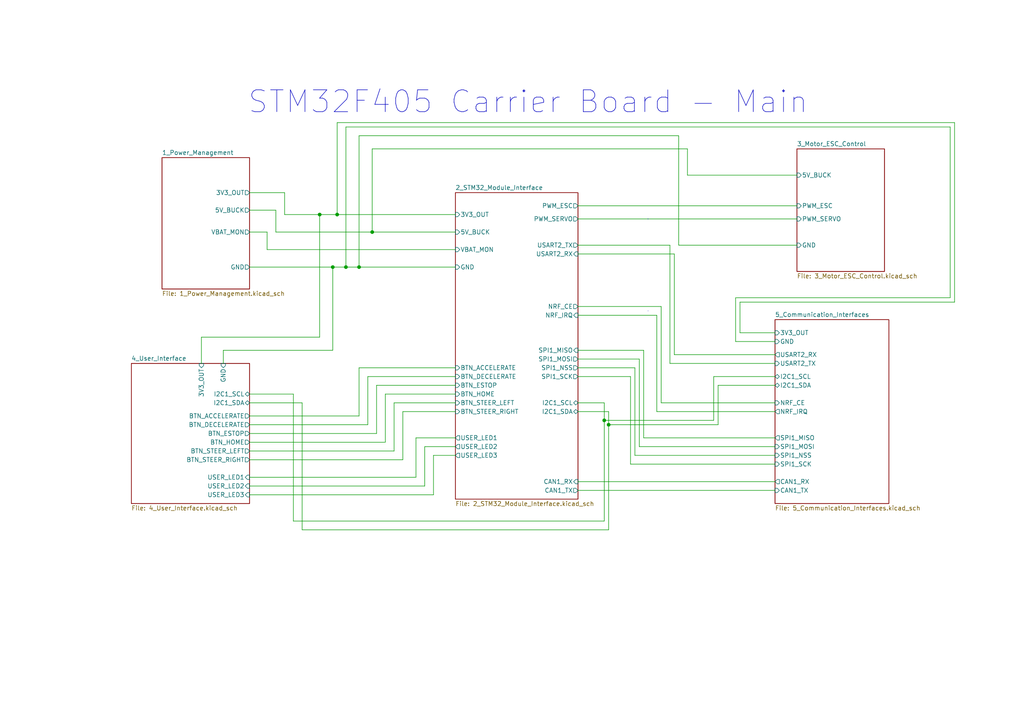
<source format=kicad_sch>
(kicad_sch
	(version 20250114)
	(generator "eeschema")
	(generator_version "9.0")
	(uuid "c13c75a4-f59e-4efc-a863-bcfa6a258e89")
	(paper "A4")
	(title_block
		(rev "1.0")
		(company "ValavilAV")
		(comment 1 "Month 1 Development Board")
	)
	(lib_symbols)
	(rectangle
		(start 187.9346 63.4746)
		(end 187.96 63.5)
		(stroke
			(width 0)
			(type default)
		)
		(fill
			(type none)
		)
		(uuid bc1cc0cd-488e-4f4b-b30b-d940ed34cbcd)
	)
	(rectangle
		(start 187.96 90.17)
		(end 187.96 90.17)
		(stroke
			(width 0)
			(type default)
		)
		(fill
			(type none)
		)
		(uuid d79b7f07-3ead-42b6-b50a-a4ed91083264)
	)
	(text "STM32F405 Carrier Board - Main"
		(exclude_from_sim no)
		(at 153.162 29.718 0)
		(effects
			(font
				(size 6.35 6.35)
			)
		)
		(uuid "1dc09d94-3d3f-4e9a-9df7-b27ddb5e4036")
	)
	(junction
		(at 107.95 67.31)
		(diameter 0)
		(color 0 0 0 0)
		(uuid "4988c0aa-6407-4b5a-a197-c7e46d2d7ea6")
	)
	(junction
		(at 96.52 77.47)
		(diameter 0)
		(color 0 0 0 0)
		(uuid "6ddbda3b-ab79-409e-afa6-563edb301fe1")
	)
	(junction
		(at 92.71 62.23)
		(diameter 0)
		(color 0 0 0 0)
		(uuid "8062831e-d28a-41ac-96d6-0cc8ebc056cf")
	)
	(junction
		(at 100.33 77.47)
		(diameter 0)
		(color 0 0 0 0)
		(uuid "a8020067-af5a-4e5b-be33-fa76531dc048")
	)
	(junction
		(at 175.26 121.92)
		(diameter 0)
		(color 0 0 0 0)
		(uuid "ae98cd5c-363e-482a-916c-48e3cdde3852")
	)
	(junction
		(at 97.79 62.23)
		(diameter 0)
		(color 0 0 0 0)
		(uuid "b585b957-e2ef-4e56-865f-e86217688476")
	)
	(junction
		(at 104.14 77.47)
		(diameter 0)
		(color 0 0 0 0)
		(uuid "b67deb03-6711-40be-a74e-068309ceb7c8")
	)
	(junction
		(at 176.53 123.19)
		(diameter 0)
		(color 0 0 0 0)
		(uuid "ff5be48b-9ec6-4708-ad6a-2f067b50bf92")
	)
	(wire
		(pts
			(xy 109.22 111.76) (xy 132.08 111.76)
		)
		(stroke
			(width 0)
			(type default)
		)
		(uuid "003556ef-f773-4938-b701-c0ab605f037d")
	)
	(wire
		(pts
			(xy 208.28 123.19) (xy 208.28 111.76)
		)
		(stroke
			(width 0)
			(type default)
		)
		(uuid "041935fa-3dc3-44ae-a4a4-6d385f27e90f")
	)
	(wire
		(pts
			(xy 207.01 109.22) (xy 224.79 109.22)
		)
		(stroke
			(width 0)
			(type default)
		)
		(uuid "04aaa53f-aa03-4e84-8c53-86c55b912bdd")
	)
	(wire
		(pts
			(xy 72.39 67.31) (xy 77.47 67.31)
		)
		(stroke
			(width 0)
			(type default)
		)
		(uuid "05ce607c-d10f-41fb-8d59-91b74bc6a4f8")
	)
	(wire
		(pts
			(xy 111.76 128.27) (xy 111.76 114.3)
		)
		(stroke
			(width 0)
			(type default)
		)
		(uuid "05d50342-55ab-4a9b-b2ae-ca1eef1a581f")
	)
	(wire
		(pts
			(xy 114.3 116.84) (xy 132.08 116.84)
		)
		(stroke
			(width 0)
			(type default)
		)
		(uuid "0ad78053-80cc-429c-b5a5-7b60a1da5729")
	)
	(wire
		(pts
			(xy 191.77 116.84) (xy 224.79 116.84)
		)
		(stroke
			(width 0)
			(type default)
		)
		(uuid "0b363812-b0e3-4288-986e-c05367abd614")
	)
	(wire
		(pts
			(xy 80.01 60.96) (xy 80.01 67.31)
		)
		(stroke
			(width 0)
			(type default)
		)
		(uuid "0e2d67d5-9dda-4c6f-ba27-37c3f7867085")
	)
	(wire
		(pts
			(xy 72.39 123.19) (xy 106.68 123.19)
		)
		(stroke
			(width 0)
			(type default)
		)
		(uuid "0fbe9dff-4772-4d65-b744-3c5eb86b62b6")
	)
	(wire
		(pts
			(xy 92.71 62.23) (xy 92.71 97.79)
		)
		(stroke
			(width 0)
			(type default)
		)
		(uuid "1557178b-329f-4763-915c-4a20396b422b")
	)
	(wire
		(pts
			(xy 175.26 121.92) (xy 175.26 151.13)
		)
		(stroke
			(width 0)
			(type default)
		)
		(uuid "15810bbc-5b22-43ed-9a5e-6a6be0105c67")
	)
	(wire
		(pts
			(xy 58.42 97.79) (xy 58.42 105.41)
		)
		(stroke
			(width 0)
			(type default)
		)
		(uuid "15a0390e-01fa-4ef1-9c11-919aa2885845")
	)
	(wire
		(pts
			(xy 167.64 104.14) (xy 185.42 104.14)
		)
		(stroke
			(width 0)
			(type default)
		)
		(uuid "16307b9f-fb06-44a5-9258-62ee418a86d1")
	)
	(wire
		(pts
			(xy 106.68 123.19) (xy 106.68 109.22)
		)
		(stroke
			(width 0)
			(type default)
		)
		(uuid "165e78f9-4b2d-475b-a6a9-4a5217abcef9")
	)
	(wire
		(pts
			(xy 176.53 119.38) (xy 167.64 119.38)
		)
		(stroke
			(width 0)
			(type default)
		)
		(uuid "18684d03-658d-43be-8e27-52a8c1cfe020")
	)
	(wire
		(pts
			(xy 191.77 88.9) (xy 191.77 116.84)
		)
		(stroke
			(width 0)
			(type default)
		)
		(uuid "1a25d97b-d44c-4206-9530-120535e294b4")
	)
	(wire
		(pts
			(xy 104.14 39.37) (xy 196.85 39.37)
		)
		(stroke
			(width 0)
			(type default)
		)
		(uuid "1c59bfa1-9973-40e6-b8c9-e7035c4cf3ea")
	)
	(wire
		(pts
			(xy 72.39 128.27) (xy 111.76 128.27)
		)
		(stroke
			(width 0)
			(type default)
		)
		(uuid "1ffd63af-02ab-4258-8873-b7e56a6c8cf5")
	)
	(wire
		(pts
			(xy 92.71 97.79) (xy 58.42 97.79)
		)
		(stroke
			(width 0)
			(type default)
		)
		(uuid "20de6efa-22b0-47fc-8162-37e12424da32")
	)
	(wire
		(pts
			(xy 92.71 62.23) (xy 97.79 62.23)
		)
		(stroke
			(width 0)
			(type default)
		)
		(uuid "29c572d9-83c0-4578-9c9a-682d76ffab23")
	)
	(wire
		(pts
			(xy 64.77 101.6) (xy 64.77 105.41)
		)
		(stroke
			(width 0)
			(type default)
		)
		(uuid "2b1b02c3-7b09-4aca-af26-f0c0b8c7c413")
	)
	(wire
		(pts
			(xy 208.28 111.76) (xy 224.79 111.76)
		)
		(stroke
			(width 0)
			(type default)
		)
		(uuid "35697a83-71d4-4c3a-93fe-740de2896607")
	)
	(wire
		(pts
			(xy 125.73 132.08) (xy 132.08 132.08)
		)
		(stroke
			(width 0)
			(type default)
		)
		(uuid "35f7c574-baa6-4ce5-aaaa-3a5396fd5420")
	)
	(wire
		(pts
			(xy 276.86 87.63) (xy 214.63 87.63)
		)
		(stroke
			(width 0)
			(type default)
		)
		(uuid "369469e8-d1f9-4877-9ae6-54fa9bcd768c")
	)
	(wire
		(pts
			(xy 120.65 138.43) (xy 120.65 127)
		)
		(stroke
			(width 0)
			(type default)
		)
		(uuid "37aff99a-c14a-4861-b8f0-8467135f3604")
	)
	(wire
		(pts
			(xy 100.33 77.47) (xy 100.33 36.83)
		)
		(stroke
			(width 0)
			(type default)
		)
		(uuid "38c99f7b-9829-418b-b8fe-015918ccabc6")
	)
	(wire
		(pts
			(xy 185.42 129.54) (xy 224.79 129.54)
		)
		(stroke
			(width 0)
			(type default)
		)
		(uuid "3a041587-9a45-4ff9-b2e2-e89d9d99729d")
	)
	(wire
		(pts
			(xy 82.55 62.23) (xy 92.71 62.23)
		)
		(stroke
			(width 0)
			(type default)
		)
		(uuid "3a3bebfa-303d-4e98-9dea-47db2369fbdd")
	)
	(wire
		(pts
			(xy 72.39 140.97) (xy 123.19 140.97)
		)
		(stroke
			(width 0)
			(type default)
		)
		(uuid "3aa477c0-ccea-4ba6-a549-d577d0cef793")
	)
	(wire
		(pts
			(xy 195.58 102.87) (xy 224.79 102.87)
		)
		(stroke
			(width 0)
			(type default)
		)
		(uuid "3ab8b55f-92fa-4396-8a56-8013a6b0d18c")
	)
	(wire
		(pts
			(xy 104.14 77.47) (xy 104.14 39.37)
		)
		(stroke
			(width 0)
			(type default)
		)
		(uuid "3d9a2627-1c37-4dcc-a9dd-94e4af923d7d")
	)
	(wire
		(pts
			(xy 97.79 62.23) (xy 97.79 35.56)
		)
		(stroke
			(width 0)
			(type default)
		)
		(uuid "3e9ab917-a388-49e3-a21d-5d6dfd694a58")
	)
	(wire
		(pts
			(xy 167.64 63.5) (xy 231.14 63.5)
		)
		(stroke
			(width 0)
			(type default)
		)
		(uuid "400eb6c3-846c-4ebf-9505-0828e0fa7a0b")
	)
	(wire
		(pts
			(xy 96.52 101.6) (xy 64.77 101.6)
		)
		(stroke
			(width 0)
			(type default)
		)
		(uuid "42e849b9-01af-4dba-a0e9-71a835a27a51")
	)
	(wire
		(pts
			(xy 114.3 130.81) (xy 114.3 116.84)
		)
		(stroke
			(width 0)
			(type default)
		)
		(uuid "44243aa5-62ce-4f78-a176-db176fdebdae")
	)
	(wire
		(pts
			(xy 176.53 123.19) (xy 208.28 123.19)
		)
		(stroke
			(width 0)
			(type default)
		)
		(uuid "46ac7b17-52e8-4f7c-b40e-6dd5abd46fed")
	)
	(wire
		(pts
			(xy 72.39 120.65) (xy 104.14 120.65)
		)
		(stroke
			(width 0)
			(type default)
		)
		(uuid "4aa76fe1-87b5-4c1e-a93f-3c5925876603")
	)
	(wire
		(pts
			(xy 167.64 88.9) (xy 191.77 88.9)
		)
		(stroke
			(width 0)
			(type default)
		)
		(uuid "4e528f15-6c33-462c-8f88-b585c5e79f0a")
	)
	(wire
		(pts
			(xy 196.85 71.12) (xy 231.14 71.12)
		)
		(stroke
			(width 0)
			(type default)
		)
		(uuid "52590a08-1266-4f89-872a-b643a3942a05")
	)
	(wire
		(pts
			(xy 107.95 67.31) (xy 132.08 67.31)
		)
		(stroke
			(width 0)
			(type default)
		)
		(uuid "528de828-c883-454d-a7b1-9ee858ee005e")
	)
	(wire
		(pts
			(xy 167.64 101.6) (xy 186.69 101.6)
		)
		(stroke
			(width 0)
			(type default)
		)
		(uuid "5296d1d7-8ae4-4c1f-951b-07b5b3dc3eaa")
	)
	(wire
		(pts
			(xy 111.76 114.3) (xy 132.08 114.3)
		)
		(stroke
			(width 0)
			(type default)
		)
		(uuid "52b793f8-3840-409a-8f96-3ea87a4e2289")
	)
	(wire
		(pts
			(xy 176.53 123.19) (xy 176.53 119.38)
		)
		(stroke
			(width 0)
			(type default)
		)
		(uuid "53bc7419-cce4-4159-b0f6-17f0bc920063")
	)
	(wire
		(pts
			(xy 275.59 36.83) (xy 275.59 86.36)
		)
		(stroke
			(width 0)
			(type default)
		)
		(uuid "56594340-9f72-406d-bbcf-86ab65a3fc01")
	)
	(wire
		(pts
			(xy 120.65 127) (xy 132.08 127)
		)
		(stroke
			(width 0)
			(type default)
		)
		(uuid "5838a550-efe0-447e-9164-a42adc057136")
	)
	(wire
		(pts
			(xy 195.58 73.66) (xy 195.58 102.87)
		)
		(stroke
			(width 0)
			(type default)
		)
		(uuid "5a43475c-a031-48c2-85ff-e1059b69f24c")
	)
	(wire
		(pts
			(xy 275.59 86.36) (xy 213.36 86.36)
		)
		(stroke
			(width 0)
			(type default)
		)
		(uuid "5c851900-fd9f-481c-b557-630e3b5b216d")
	)
	(wire
		(pts
			(xy 77.47 72.39) (xy 132.08 72.39)
		)
		(stroke
			(width 0)
			(type default)
		)
		(uuid "5cc45355-6b5c-40f6-841c-2bf264dec0a6")
	)
	(wire
		(pts
			(xy 116.84 119.38) (xy 132.08 119.38)
		)
		(stroke
			(width 0)
			(type default)
		)
		(uuid "5cfb272a-7bc2-4055-849b-f5cf5fb08251")
	)
	(wire
		(pts
			(xy 196.85 39.37) (xy 196.85 71.12)
		)
		(stroke
			(width 0)
			(type default)
		)
		(uuid "5ddcc284-445d-4b2c-9902-9204f147048e")
	)
	(wire
		(pts
			(xy 72.39 143.51) (xy 125.73 143.51)
		)
		(stroke
			(width 0)
			(type default)
		)
		(uuid "5e491142-bdfb-4288-ab2b-b79a5511411d")
	)
	(wire
		(pts
			(xy 72.39 55.88) (xy 82.55 55.88)
		)
		(stroke
			(width 0)
			(type default)
		)
		(uuid "6111b034-0b35-4bbb-8755-65124f5f4b45")
	)
	(wire
		(pts
			(xy 97.79 35.56) (xy 276.86 35.56)
		)
		(stroke
			(width 0)
			(type default)
		)
		(uuid "63bef324-464d-4b2b-a7af-aa00900105b7")
	)
	(wire
		(pts
			(xy 207.01 121.92) (xy 207.01 109.22)
		)
		(stroke
			(width 0)
			(type default)
		)
		(uuid "647c96d9-9192-4710-bb19-206c94eb6efa")
	)
	(wire
		(pts
			(xy 100.33 36.83) (xy 275.59 36.83)
		)
		(stroke
			(width 0)
			(type default)
		)
		(uuid "66901b22-6a63-40d0-8dd8-f158e84b442b")
	)
	(wire
		(pts
			(xy 85.09 151.13) (xy 85.09 114.3)
		)
		(stroke
			(width 0)
			(type default)
		)
		(uuid "66a2e06a-3a3d-48c5-bc08-39d00aebc56c")
	)
	(wire
		(pts
			(xy 199.39 43.18) (xy 199.39 50.8)
		)
		(stroke
			(width 0)
			(type default)
		)
		(uuid "674179de-060d-450b-ab20-d2ddc6c3f75b")
	)
	(wire
		(pts
			(xy 80.01 67.31) (xy 107.95 67.31)
		)
		(stroke
			(width 0)
			(type default)
		)
		(uuid "6d5f8811-c604-442b-bce7-37efad395276")
	)
	(wire
		(pts
			(xy 167.64 71.12) (xy 194.31 71.12)
		)
		(stroke
			(width 0)
			(type default)
		)
		(uuid "6ecad28e-7a70-4ebc-ac7b-92db60831e12")
	)
	(wire
		(pts
			(xy 167.64 116.84) (xy 175.26 116.84)
		)
		(stroke
			(width 0)
			(type default)
		)
		(uuid "70ad6586-41f5-4c76-9c15-f3b09c5a46bf")
	)
	(wire
		(pts
			(xy 194.31 105.41) (xy 224.79 105.41)
		)
		(stroke
			(width 0)
			(type default)
		)
		(uuid "75df0de9-275c-4d98-87ba-4078bf1c4fd2")
	)
	(wire
		(pts
			(xy 175.26 151.13) (xy 85.09 151.13)
		)
		(stroke
			(width 0)
			(type default)
		)
		(uuid "7b28c513-02be-4b90-af82-a9ccbe698207")
	)
	(wire
		(pts
			(xy 109.22 125.73) (xy 109.22 111.76)
		)
		(stroke
			(width 0)
			(type default)
		)
		(uuid "7c6a1b97-bd31-450b-9c27-236fc9af7218")
	)
	(wire
		(pts
			(xy 96.52 77.47) (xy 96.52 101.6)
		)
		(stroke
			(width 0)
			(type default)
		)
		(uuid "7e522f76-c44b-4f05-bc1c-d687f5348560")
	)
	(wire
		(pts
			(xy 107.95 67.31) (xy 107.95 43.18)
		)
		(stroke
			(width 0)
			(type default)
		)
		(uuid "7eaf601e-7d14-406f-a4f7-f992b3f76954")
	)
	(wire
		(pts
			(xy 167.64 142.24) (xy 224.79 142.24)
		)
		(stroke
			(width 0)
			(type default)
		)
		(uuid "8019c38c-e7fb-42e6-a708-7f68a95e4d30")
	)
	(wire
		(pts
			(xy 194.31 71.12) (xy 194.31 105.41)
		)
		(stroke
			(width 0)
			(type default)
		)
		(uuid "820ce130-782f-4ad8-952c-2e7d66a7e4ec")
	)
	(wire
		(pts
			(xy 104.14 120.65) (xy 104.14 106.68)
		)
		(stroke
			(width 0)
			(type default)
		)
		(uuid "82315bd6-b7f1-4fc8-a7d0-cddaec280753")
	)
	(wire
		(pts
			(xy 182.88 109.22) (xy 182.88 134.62)
		)
		(stroke
			(width 0)
			(type default)
		)
		(uuid "8c78693e-1a70-4160-b971-5c913743d992")
	)
	(wire
		(pts
			(xy 214.63 87.63) (xy 214.63 96.52)
		)
		(stroke
			(width 0)
			(type default)
		)
		(uuid "8e8ad679-84e3-4fa7-8087-d4ec5299e174")
	)
	(wire
		(pts
			(xy 72.39 133.35) (xy 116.84 133.35)
		)
		(stroke
			(width 0)
			(type default)
		)
		(uuid "9138e32b-47cd-4a60-b39f-014831c3cc36")
	)
	(wire
		(pts
			(xy 184.15 132.08) (xy 224.79 132.08)
		)
		(stroke
			(width 0)
			(type default)
		)
		(uuid "91d43ee2-f82e-4d5d-8b4b-230bc0b285e5")
	)
	(wire
		(pts
			(xy 167.64 139.7) (xy 224.79 139.7)
		)
		(stroke
			(width 0)
			(type default)
		)
		(uuid "9211df94-215d-426c-bfba-7b261513f9eb")
	)
	(wire
		(pts
			(xy 87.63 116.84) (xy 87.63 153.67)
		)
		(stroke
			(width 0)
			(type default)
		)
		(uuid "994c7ae6-24a1-477b-bae6-130eb4b564dc")
	)
	(wire
		(pts
			(xy 199.39 50.8) (xy 231.14 50.8)
		)
		(stroke
			(width 0)
			(type default)
		)
		(uuid "9bdc08a6-ec63-402c-adfd-c83ca17f6cbe")
	)
	(wire
		(pts
			(xy 175.26 116.84) (xy 175.26 121.92)
		)
		(stroke
			(width 0)
			(type default)
		)
		(uuid "9ce2be4c-975e-4f1b-9239-54ac6de07b0e")
	)
	(wire
		(pts
			(xy 182.88 134.62) (xy 224.79 134.62)
		)
		(stroke
			(width 0)
			(type default)
		)
		(uuid "9e05aabb-9df3-42af-b0e3-f725a2c75765")
	)
	(wire
		(pts
			(xy 185.42 104.14) (xy 185.42 129.54)
		)
		(stroke
			(width 0)
			(type default)
		)
		(uuid "a1c94c66-fd28-46cb-b9ca-4e8e64f7eb96")
	)
	(wire
		(pts
			(xy 100.33 77.47) (xy 104.14 77.47)
		)
		(stroke
			(width 0)
			(type default)
		)
		(uuid "a2efbbe4-18fe-4ada-888e-7aebfb3b5728")
	)
	(wire
		(pts
			(xy 123.19 129.54) (xy 132.08 129.54)
		)
		(stroke
			(width 0)
			(type default)
		)
		(uuid "a330d6e5-1fbd-4c8c-8125-e062c2398255")
	)
	(wire
		(pts
			(xy 107.95 43.18) (xy 199.39 43.18)
		)
		(stroke
			(width 0)
			(type default)
		)
		(uuid "a42a3d5b-e4b4-4dbf-bd9d-2832bd5f0d6d")
	)
	(wire
		(pts
			(xy 116.84 133.35) (xy 116.84 119.38)
		)
		(stroke
			(width 0)
			(type default)
		)
		(uuid "a4b391ed-1bcd-46d9-bdea-567f99024e38")
	)
	(wire
		(pts
			(xy 72.39 138.43) (xy 120.65 138.43)
		)
		(stroke
			(width 0)
			(type default)
		)
		(uuid "a8a6b79d-3a09-46ff-9252-c601224cf60e")
	)
	(wire
		(pts
			(xy 104.14 77.47) (xy 132.08 77.47)
		)
		(stroke
			(width 0)
			(type default)
		)
		(uuid "aab6faae-5218-46e4-8d09-b0aadc667f7a")
	)
	(wire
		(pts
			(xy 72.39 125.73) (xy 109.22 125.73)
		)
		(stroke
			(width 0)
			(type default)
		)
		(uuid "adfabf46-3c77-43fb-aedc-e79a301147d2")
	)
	(wire
		(pts
			(xy 72.39 116.84) (xy 87.63 116.84)
		)
		(stroke
			(width 0)
			(type default)
		)
		(uuid "af7b0662-b330-4ddd-a984-804ccc1f7359")
	)
	(wire
		(pts
			(xy 175.26 121.92) (xy 207.01 121.92)
		)
		(stroke
			(width 0)
			(type default)
		)
		(uuid "b094f5a5-db28-4a72-844e-971d977e09b5")
	)
	(wire
		(pts
			(xy 213.36 99.06) (xy 224.79 99.06)
		)
		(stroke
			(width 0)
			(type default)
		)
		(uuid "b2c5894b-e2c9-4d3c-8ab4-1de24195a653")
	)
	(wire
		(pts
			(xy 82.55 55.88) (xy 82.55 62.23)
		)
		(stroke
			(width 0)
			(type default)
		)
		(uuid "ba8c592c-0d4a-45e2-a9d9-f8d3662de1a4")
	)
	(wire
		(pts
			(xy 213.36 86.36) (xy 213.36 99.06)
		)
		(stroke
			(width 0)
			(type default)
		)
		(uuid "bc220c11-ee75-4be7-af7d-cb0d01093881")
	)
	(wire
		(pts
			(xy 77.47 67.31) (xy 77.47 72.39)
		)
		(stroke
			(width 0)
			(type default)
		)
		(uuid "be26b827-3836-4c6c-a19c-7425f70cbf26")
	)
	(wire
		(pts
			(xy 104.14 106.68) (xy 132.08 106.68)
		)
		(stroke
			(width 0)
			(type default)
		)
		(uuid "be7d0ffc-2174-4cd4-abf3-96a7e2d48908")
	)
	(wire
		(pts
			(xy 96.52 77.47) (xy 100.33 77.47)
		)
		(stroke
			(width 0)
			(type default)
		)
		(uuid "c31bec55-f9e9-41c8-aca1-a1e69885426a")
	)
	(wire
		(pts
			(xy 176.53 123.19) (xy 176.53 153.67)
		)
		(stroke
			(width 0)
			(type default)
		)
		(uuid "c3926bae-80d9-4407-a51b-5749e6e8bf49")
	)
	(wire
		(pts
			(xy 87.63 153.67) (xy 176.53 153.67)
		)
		(stroke
			(width 0)
			(type default)
		)
		(uuid "cb771310-0c4a-4376-8d5b-936b69c2b68d")
	)
	(wire
		(pts
			(xy 214.63 96.52) (xy 224.79 96.52)
		)
		(stroke
			(width 0)
			(type default)
		)
		(uuid "cb823e99-ad65-40e1-8c42-55329a5b7499")
	)
	(wire
		(pts
			(xy 106.68 109.22) (xy 132.08 109.22)
		)
		(stroke
			(width 0)
			(type default)
		)
		(uuid "cce0492b-94e0-400e-973c-bbfcdf157367")
	)
	(wire
		(pts
			(xy 72.39 60.96) (xy 80.01 60.96)
		)
		(stroke
			(width 0)
			(type default)
		)
		(uuid "ce096505-2fff-4521-bcbc-f57c28a3b985")
	)
	(wire
		(pts
			(xy 125.73 143.51) (xy 125.73 132.08)
		)
		(stroke
			(width 0)
			(type default)
		)
		(uuid "d46f4c0d-00ca-4b9f-8ee7-58d14a1c44c9")
	)
	(wire
		(pts
			(xy 72.39 130.81) (xy 114.3 130.81)
		)
		(stroke
			(width 0)
			(type default)
		)
		(uuid "dcc7c2bb-7b28-4154-b30f-d8ddec0bfb1c")
	)
	(wire
		(pts
			(xy 167.64 73.66) (xy 195.58 73.66)
		)
		(stroke
			(width 0)
			(type default)
		)
		(uuid "de3181bb-c01c-418e-a597-78f43159e9a1")
	)
	(wire
		(pts
			(xy 167.64 59.69) (xy 231.14 59.69)
		)
		(stroke
			(width 0)
			(type default)
		)
		(uuid "e0308046-500b-4824-a295-635c84cdc495")
	)
	(wire
		(pts
			(xy 97.79 62.23) (xy 132.08 62.23)
		)
		(stroke
			(width 0)
			(type default)
		)
		(uuid "e243c7c7-3545-4d6b-8750-919963a11983")
	)
	(wire
		(pts
			(xy 85.09 114.3) (xy 72.39 114.3)
		)
		(stroke
			(width 0)
			(type default)
		)
		(uuid "ec231c14-1f31-4438-8e59-58bfed7337c2")
	)
	(wire
		(pts
			(xy 167.64 109.22) (xy 182.88 109.22)
		)
		(stroke
			(width 0)
			(type default)
		)
		(uuid "eda4f29d-5b3c-4528-8578-834379dd7a30")
	)
	(wire
		(pts
			(xy 72.39 77.47) (xy 96.52 77.47)
		)
		(stroke
			(width 0)
			(type default)
		)
		(uuid "ee51ec74-ac1d-4777-b908-7acf3e93ab49")
	)
	(wire
		(pts
			(xy 190.5 119.38) (xy 224.79 119.38)
		)
		(stroke
			(width 0)
			(type default)
		)
		(uuid "f20088b9-9c2c-4261-be89-2d2a8cf35055")
	)
	(wire
		(pts
			(xy 186.69 101.6) (xy 186.69 127)
		)
		(stroke
			(width 0)
			(type default)
		)
		(uuid "f43b5426-08fb-4692-9ec4-2181a69d4aa1")
	)
	(wire
		(pts
			(xy 190.5 91.44) (xy 190.5 119.38)
		)
		(stroke
			(width 0)
			(type default)
		)
		(uuid "f509c856-0db2-4981-a91e-194a3fcd5403")
	)
	(wire
		(pts
			(xy 276.86 35.56) (xy 276.86 87.63)
		)
		(stroke
			(width 0)
			(type default)
		)
		(uuid "f89cc051-7a30-4652-bae2-09e1e20b6605")
	)
	(wire
		(pts
			(xy 167.64 106.68) (xy 184.15 106.68)
		)
		(stroke
			(width 0)
			(type default)
		)
		(uuid "fa80180a-5330-4519-9576-37395aa817ff")
	)
	(wire
		(pts
			(xy 123.19 140.97) (xy 123.19 129.54)
		)
		(stroke
			(width 0)
			(type default)
		)
		(uuid "fc51d347-bfd5-42aa-a011-d8ebafeb3425")
	)
	(wire
		(pts
			(xy 186.69 127) (xy 224.79 127)
		)
		(stroke
			(width 0)
			(type default)
		)
		(uuid "fc94686e-03f4-42ce-ad04-ca9a0cb06a4e")
	)
	(wire
		(pts
			(xy 184.15 106.68) (xy 184.15 132.08)
		)
		(stroke
			(width 0)
			(type default)
		)
		(uuid "fc9a6c9e-30b9-4b2e-a4ec-ae53856b37e2")
	)
	(wire
		(pts
			(xy 167.64 91.44) (xy 190.5 91.44)
		)
		(stroke
			(width 0)
			(type default)
		)
		(uuid "ffb508c2-84bd-48b1-86e6-fbfb94bcd340")
	)
	(sheet
		(at 231.14 43.18)
		(size 25.4 35.56)
		(exclude_from_sim no)
		(in_bom yes)
		(on_board yes)
		(dnp no)
		(fields_autoplaced yes)
		(stroke
			(width 0.1524)
			(type solid)
		)
		(fill
			(color 0 0 0 0.0000)
		)
		(uuid "469e41e1-9b69-4513-bd38-2729605aba4a")
		(property "Sheetname" "3_Motor_ESC_Control"
			(at 231.14 42.4684 0)
			(effects
				(font
					(size 1.27 1.27)
				)
				(justify left bottom)
			)
		)
		(property "Sheetfile" "3_Motor_ESC_Control.kicad_sch"
			(at 231.14 79.3246 0)
			(effects
				(font
					(size 1.27 1.27)
				)
				(justify left top)
			)
		)
		(pin "5V_BUCK" input
			(at 231.14 50.8 180)
			(uuid "9b15ce55-3cf1-4119-9b13-43ed033257ff")
			(effects
				(font
					(size 1.27 1.27)
				)
				(justify left)
			)
		)
		(pin "GND" input
			(at 231.14 71.12 180)
			(uuid "830687fd-6e9d-4844-a6c4-898c777c542c")
			(effects
				(font
					(size 1.27 1.27)
				)
				(justify left)
			)
		)
		(pin "PWM_ESC" input
			(at 231.14 59.69 180)
			(uuid "3b16436e-e911-4304-9a32-d1e2a51dfd54")
			(effects
				(font
					(size 1.27 1.27)
				)
				(justify left)
			)
		)
		(pin "PWM_SERVO" input
			(at 231.14 63.5 180)
			(uuid "f594292e-8b44-49d1-b127-2261f8d6a528")
			(effects
				(font
					(size 1.27 1.27)
				)
				(justify left)
			)
		)
		(instances
			(project "FuSa1"
				(path "/c13c75a4-f59e-4efc-a863-bcfa6a258e89"
					(page "3")
				)
			)
		)
	)
	(sheet
		(at 132.08 55.88)
		(size 35.56 88.9)
		(exclude_from_sim no)
		(in_bom yes)
		(on_board yes)
		(dnp no)
		(fields_autoplaced yes)
		(stroke
			(width 0.1524)
			(type solid)
		)
		(fill
			(color 0 0 0 0.0000)
		)
		(uuid "5e664d6b-06ae-4c2f-a0b7-71eefd27fd7c")
		(property "Sheetname" "2_STM32_Module_Interface"
			(at 132.08 55.1684 0)
			(effects
				(font
					(size 1.27 1.27)
				)
				(justify left bottom)
			)
		)
		(property "Sheetfile" "2_STM32_Module_Interface.kicad_sch"
			(at 132.08 145.3646 0)
			(effects
				(font
					(size 1.27 1.27)
				)
				(justify left top)
			)
		)
		(pin "3V3_OUT" input
			(at 132.08 62.23 180)
			(uuid "e83f2bda-9252-4f9f-adc6-9ef9df9cd553")
			(effects
				(font
					(size 1.27 1.27)
				)
				(justify left)
			)
		)
		(pin "5V_BUCK" input
			(at 132.08 67.31 180)
			(uuid "53179382-22f6-44ac-99dc-1e82b35be41e")
			(effects
				(font
					(size 1.27 1.27)
				)
				(justify left)
			)
		)
		(pin "BTN_ACCELERATE" input
			(at 132.08 106.68 180)
			(uuid "e9bd6089-7f10-4280-ac83-0451e482fec3")
			(effects
				(font
					(size 1.27 1.27)
				)
				(justify left)
			)
		)
		(pin "BTN_DECELERATE" input
			(at 132.08 109.22 180)
			(uuid "e366b558-9a20-4c44-98bc-35315ba9ed35")
			(effects
				(font
					(size 1.27 1.27)
				)
				(justify left)
			)
		)
		(pin "BTN_ESTOP" input
			(at 132.08 111.76 180)
			(uuid "27f30d1d-c71b-420f-bd5f-a646940336e5")
			(effects
				(font
					(size 1.27 1.27)
				)
				(justify left)
			)
		)
		(pin "BTN_HOME" input
			(at 132.08 114.3 180)
			(uuid "22873e77-bd6c-417f-b77c-7c08256b3b6b")
			(effects
				(font
					(size 1.27 1.27)
				)
				(justify left)
			)
		)
		(pin "BTN_STEER_LEFT" input
			(at 132.08 116.84 180)
			(uuid "809ce54d-2a1b-44d7-a24a-3611ea4bd418")
			(effects
				(font
					(size 1.27 1.27)
				)
				(justify left)
			)
		)
		(pin "BTN_STEER_RIGHT" input
			(at 132.08 119.38 180)
			(uuid "d6ca04c2-70be-4c37-a24b-d01c519c4a98")
			(effects
				(font
					(size 1.27 1.27)
				)
				(justify left)
			)
		)
		(pin "CAN1_RX" input
			(at 167.64 139.7 0)
			(uuid "4afaf9d0-ec41-4fc6-aa85-e065e274f9fe")
			(effects
				(font
					(size 1.27 1.27)
				)
				(justify right)
			)
		)
		(pin "CAN1_TX" output
			(at 167.64 142.24 0)
			(uuid "b9126017-83b4-4a2b-a4d0-452e057f9f96")
			(effects
				(font
					(size 1.27 1.27)
				)
				(justify right)
			)
		)
		(pin "GND" input
			(at 132.08 77.47 180)
			(uuid "70921641-4245-4fff-8cb0-8041ea108b2c")
			(effects
				(font
					(size 1.27 1.27)
				)
				(justify left)
			)
		)
		(pin "I2C1_SCL" bidirectional
			(at 167.64 116.84 0)
			(uuid "f70752ef-ae4d-4167-b778-033309467c13")
			(effects
				(font
					(size 1.27 1.27)
				)
				(justify right)
			)
		)
		(pin "I2C1_SDA" bidirectional
			(at 167.64 119.38 0)
			(uuid "124a303e-95b2-4532-ace5-c120303554db")
			(effects
				(font
					(size 1.27 1.27)
				)
				(justify right)
			)
		)
		(pin "NRF_CE" output
			(at 167.64 88.9 0)
			(uuid "778f3243-fab1-4d51-9bfc-5c04e1d0a386")
			(effects
				(font
					(size 1.27 1.27)
				)
				(justify right)
			)
		)
		(pin "NRF_IRQ" input
			(at 167.64 91.44 0)
			(uuid "884a5549-4db9-4633-9436-587f8b7c9d1b")
			(effects
				(font
					(size 1.27 1.27)
				)
				(justify right)
			)
		)
		(pin "PWM_ESC" output
			(at 167.64 59.69 0)
			(uuid "55f4b7af-b65d-4ea3-8fb3-8914b5d2272b")
			(effects
				(font
					(size 1.27 1.27)
				)
				(justify right)
			)
		)
		(pin "PWM_SERVO" output
			(at 167.64 63.5 0)
			(uuid "226cc0e0-58ce-4438-b6a1-9d5b39a80a9f")
			(effects
				(font
					(size 1.27 1.27)
				)
				(justify right)
			)
		)
		(pin "SPI1_MISO" input
			(at 167.64 101.6 0)
			(uuid "9faafacb-8fac-4bcb-b752-a54c6c2bc0a8")
			(effects
				(font
					(size 1.27 1.27)
				)
				(justify right)
			)
		)
		(pin "SPI1_MOSI" output
			(at 167.64 104.14 0)
			(uuid "8f46900f-49dc-4922-8f1f-dec1f0ef24b4")
			(effects
				(font
					(size 1.27 1.27)
				)
				(justify right)
			)
		)
		(pin "SPI1_NSS" output
			(at 167.64 106.68 0)
			(uuid "821e20ea-5879-45a8-a27d-166bbed5e57e")
			(effects
				(font
					(size 1.27 1.27)
				)
				(justify right)
			)
		)
		(pin "SPI1_SCK" output
			(at 167.64 109.22 0)
			(uuid "d4b5f999-8f92-41d6-8297-3c4e0766bd35")
			(effects
				(font
					(size 1.27 1.27)
				)
				(justify right)
			)
		)
		(pin "USART2_RX" input
			(at 167.64 73.66 0)
			(uuid "0cc3e1a6-6b25-4b20-82ea-90fbce4a439f")
			(effects
				(font
					(size 1.27 1.27)
				)
				(justify right)
			)
		)
		(pin "USART2_TX" output
			(at 167.64 71.12 0)
			(uuid "847b318b-bf6f-4c5c-b085-d463bae32205")
			(effects
				(font
					(size 1.27 1.27)
				)
				(justify right)
			)
		)
		(pin "USER_LED1" output
			(at 132.08 127 180)
			(uuid "5b200b1b-e42f-4da9-874e-9b31480b6526")
			(effects
				(font
					(size 1.27 1.27)
				)
				(justify left)
			)
		)
		(pin "USER_LED2" output
			(at 132.08 129.54 180)
			(uuid "76611790-352a-465f-9280-956515378711")
			(effects
				(font
					(size 1.27 1.27)
				)
				(justify left)
			)
		)
		(pin "USER_LED3" output
			(at 132.08 132.08 180)
			(uuid "198aca77-e3fc-4b7a-9ddb-47de2da8472e")
			(effects
				(font
					(size 1.27 1.27)
				)
				(justify left)
			)
		)
		(pin "VBAT_MON" input
			(at 132.08 72.39 180)
			(uuid "8afce191-33e4-4c34-975d-979f9b63f3bd")
			(effects
				(font
					(size 1.27 1.27)
				)
				(justify left)
			)
		)
		(instances
			(project "FuSa1"
				(path "/c13c75a4-f59e-4efc-a863-bcfa6a258e89"
					(page "2")
				)
			)
		)
	)
	(sheet
		(at 38.1 105.41)
		(size 34.29 40.64)
		(exclude_from_sim no)
		(in_bom yes)
		(on_board yes)
		(dnp no)
		(fields_autoplaced yes)
		(stroke
			(width 0.1524)
			(type solid)
		)
		(fill
			(color 0 0 0 0.0000)
		)
		(uuid "6170e35f-ffb2-4a80-a649-9ff1da6d2bc0")
		(property "Sheetname" "4_User_Interface"
			(at 38.1 104.6984 0)
			(effects
				(font
					(size 1.27 1.27)
				)
				(justify left bottom)
			)
		)
		(property "Sheetfile" "4_User_Interface.kicad_sch"
			(at 38.1 146.6346 0)
			(effects
				(font
					(size 1.27 1.27)
				)
				(justify left top)
			)
		)
		(pin "3V3_OUT" input
			(at 58.42 105.41 90)
			(uuid "16902485-b0a9-41cb-bf2f-fcd1b4a67105")
			(effects
				(font
					(size 1.27 1.27)
				)
				(justify right)
			)
		)
		(pin "BTN_ACCELERATE" output
			(at 72.39 120.65 0)
			(uuid "f8959b03-ac1e-4191-ab2b-7c134607f3fa")
			(effects
				(font
					(size 1.27 1.27)
				)
				(justify right)
			)
		)
		(pin "BTN_DECELERATE" output
			(at 72.39 123.19 0)
			(uuid "10d2c49b-5d22-4e9b-b162-aba1b7508f09")
			(effects
				(font
					(size 1.27 1.27)
				)
				(justify right)
			)
		)
		(pin "BTN_ESTOP" output
			(at 72.39 125.73 0)
			(uuid "7ed0728e-4f09-4e11-b139-cd1bb48aaa11")
			(effects
				(font
					(size 1.27 1.27)
				)
				(justify right)
			)
		)
		(pin "BTN_HOME" output
			(at 72.39 128.27 0)
			(uuid "7738492f-10fe-45f8-bffb-bc5ad7e66e66")
			(effects
				(font
					(size 1.27 1.27)
				)
				(justify right)
			)
		)
		(pin "BTN_STEER_LEFT" output
			(at 72.39 130.81 0)
			(uuid "a9f3d861-64e8-4072-86f6-cad3620e4868")
			(effects
				(font
					(size 1.27 1.27)
				)
				(justify right)
			)
		)
		(pin "BTN_STEER_RIGHT" output
			(at 72.39 133.35 0)
			(uuid "196be674-ff77-468d-85aa-8c62ffee6ecb")
			(effects
				(font
					(size 1.27 1.27)
				)
				(justify right)
			)
		)
		(pin "GND" input
			(at 64.77 105.41 90)
			(uuid "354f4f1f-fe47-4901-9e85-81dde9710add")
			(effects
				(font
					(size 1.27 1.27)
				)
				(justify right)
			)
		)
		(pin "I2C1_SCL" bidirectional
			(at 72.39 114.3 0)
			(uuid "3741e19a-95fb-40ed-9d7d-1bb330e2f872")
			(effects
				(font
					(size 1.27 1.27)
				)
				(justify right)
			)
		)
		(pin "I2C1_SDA" bidirectional
			(at 72.39 116.84 0)
			(uuid "14181044-d0cc-483b-b1dc-72e3bc80c6d4")
			(effects
				(font
					(size 1.27 1.27)
				)
				(justify right)
			)
		)
		(pin "USER_LED1" input
			(at 72.39 138.43 0)
			(uuid "9ba2e381-b280-4446-bd47-23af0d19b1cb")
			(effects
				(font
					(size 1.27 1.27)
				)
				(justify right)
			)
		)
		(pin "USER_LED2" input
			(at 72.39 140.97 0)
			(uuid "a3fe51cc-6027-4ae8-bfb8-fe5538518e10")
			(effects
				(font
					(size 1.27 1.27)
				)
				(justify right)
			)
		)
		(pin "USER_LED3" input
			(at 72.39 143.51 0)
			(uuid "510d1ad3-00b6-4521-93e6-d61c295a3315")
			(effects
				(font
					(size 1.27 1.27)
				)
				(justify right)
			)
		)
		(instances
			(project "FuSa1"
				(path "/c13c75a4-f59e-4efc-a863-bcfa6a258e89"
					(page "4")
				)
			)
		)
	)
	(sheet
		(at 46.99 45.72)
		(size 25.4 38.1)
		(exclude_from_sim no)
		(in_bom yes)
		(on_board yes)
		(dnp no)
		(fields_autoplaced yes)
		(stroke
			(width 0.1524)
			(type solid)
		)
		(fill
			(color 0 0 0 0.0000)
		)
		(uuid "9d27a929-c3e3-4c59-92f4-803ea3af2d25")
		(property "Sheetname" "1_Power_Management"
			(at 46.99 45.0084 0)
			(effects
				(font
					(size 1.27 1.27)
				)
				(justify left bottom)
			)
		)
		(property "Sheetfile" "1_Power_Management.kicad_sch"
			(at 46.99 84.4046 0)
			(effects
				(font
					(size 1.27 1.27)
				)
				(justify left top)
			)
		)
		(pin "3V3_OUT" output
			(at 72.39 55.88 0)
			(uuid "3f5b1186-e394-490c-805c-2dbffc6921f8")
			(effects
				(font
					(size 1.27 1.27)
				)
				(justify right)
			)
		)
		(pin "5V_BUCK" output
			(at 72.39 60.96 0)
			(uuid "e556d826-80a9-45eb-97aa-e1ee4a4d657f")
			(effects
				(font
					(size 1.27 1.27)
				)
				(justify right)
			)
		)
		(pin "GND" output
			(at 72.39 77.47 0)
			(uuid "a1b48156-8c96-485b-aa98-86457c2b0aa1")
			(effects
				(font
					(size 1.27 1.27)
				)
				(justify right)
			)
		)
		(pin "VBAT_MON" output
			(at 72.39 67.31 0)
			(uuid "c73408dd-1df4-4455-be19-eaccd26509f3")
			(effects
				(font
					(size 1.27 1.27)
				)
				(justify right)
			)
		)
		(instances
			(project "FuSa1"
				(path "/c13c75a4-f59e-4efc-a863-bcfa6a258e89"
					(page "1")
				)
			)
		)
	)
	(sheet
		(at 224.79 92.71)
		(size 33.02 53.34)
		(exclude_from_sim no)
		(in_bom yes)
		(on_board yes)
		(dnp no)
		(fields_autoplaced yes)
		(stroke
			(width 0.1524)
			(type solid)
		)
		(fill
			(color 0 0 0 0.0000)
		)
		(uuid "f4b6ae86-8b50-4191-b825-4fd5823414a9")
		(property "Sheetname" "5_Communication_Interfaces"
			(at 224.79 91.9984 0)
			(effects
				(font
					(size 1.27 1.27)
				)
				(justify left bottom)
			)
		)
		(property "Sheetfile" "5_Communication_Interfaces.kicad_sch"
			(at 224.79 146.6346 0)
			(effects
				(font
					(size 1.27 1.27)
				)
				(justify left top)
			)
		)
		(pin "3V3_OUT" input
			(at 224.79 96.52 180)
			(uuid "4b75c939-5fc7-4d12-8fc0-794cbfff9762")
			(effects
				(font
					(size 1.27 1.27)
				)
				(justify left)
			)
		)
		(pin "CAN1_RX" output
			(at 224.79 139.7 180)
			(uuid "d6b2cc45-fa18-4e01-90ec-5ba42a0dea87")
			(effects
				(font
					(size 1.27 1.27)
				)
				(justify left)
			)
		)
		(pin "CAN1_TX" input
			(at 224.79 142.24 180)
			(uuid "5d857659-2a82-46bd-939f-dacba5bcee7f")
			(effects
				(font
					(size 1.27 1.27)
				)
				(justify left)
			)
		)
		(pin "GND" input
			(at 224.79 99.06 180)
			(uuid "c8e1ead1-50a4-4c91-bb69-7543c5fe1557")
			(effects
				(font
					(size 1.27 1.27)
				)
				(justify left)
			)
		)
		(pin "I2C1_SCL" bidirectional
			(at 224.79 109.22 180)
			(uuid "013ea0c6-204a-4e80-9b5a-5dca0ca185c5")
			(effects
				(font
					(size 1.27 1.27)
				)
				(justify left)
			)
		)
		(pin "I2C1_SDA" bidirectional
			(at 224.79 111.76 180)
			(uuid "92b28f1c-540c-4e97-92a3-2f42de66ac48")
			(effects
				(font
					(size 1.27 1.27)
				)
				(justify left)
			)
		)
		(pin "NRF_CE" input
			(at 224.79 116.84 180)
			(uuid "7cf1f672-f815-4637-aa31-62397dccb77c")
			(effects
				(font
					(size 1.27 1.27)
				)
				(justify left)
			)
		)
		(pin "NRF_IRQ" output
			(at 224.79 119.38 180)
			(uuid "b6cc2842-a554-4d16-a00c-bda00a6cf229")
			(effects
				(font
					(size 1.27 1.27)
				)
				(justify left)
			)
		)
		(pin "SPI1_MISO" output
			(at 224.79 127 180)
			(uuid "53705ec5-8b1b-49bb-ae6e-55498120bbaa")
			(effects
				(font
					(size 1.27 1.27)
				)
				(justify left)
			)
		)
		(pin "SPI1_MOSI" input
			(at 224.79 129.54 180)
			(uuid "14e75a8e-4630-4716-bfe7-8f221dc8a87a")
			(effects
				(font
					(size 1.27 1.27)
				)
				(justify left)
			)
		)
		(pin "SPI1_NSS" input
			(at 224.79 132.08 180)
			(uuid "f78ba4b5-ce07-4d93-85fe-a29013094f78")
			(effects
				(font
					(size 1.27 1.27)
				)
				(justify left)
			)
		)
		(pin "SPI1_SCK" input
			(at 224.79 134.62 180)
			(uuid "30577665-e229-4536-9678-f4eaf9767ae0")
			(effects
				(font
					(size 1.27 1.27)
				)
				(justify left)
			)
		)
		(pin "USART2_RX" output
			(at 224.79 102.87 180)
			(uuid "b954cf24-7e4a-4a99-ba5b-8eb3a0847231")
			(effects
				(font
					(size 1.27 1.27)
				)
				(justify left)
			)
		)
		(pin "USART2_TX" input
			(at 224.79 105.41 180)
			(uuid "7f812e34-7362-4db0-af29-adad407764fd")
			(effects
				(font
					(size 1.27 1.27)
				)
				(justify left)
			)
		)
		(instances
			(project "FuSa1"
				(path "/c13c75a4-f59e-4efc-a863-bcfa6a258e89"
					(page "5")
				)
			)
		)
	)
	(sheet_instances
		(path "/"
			(page "0")
		)
	)
	(embedded_fonts no)
)

</source>
